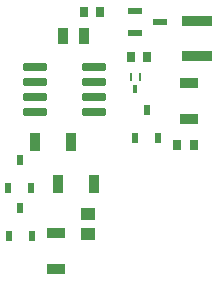
<source format=gbr>
%TF.GenerationSoftware,KiCad,Pcbnew,8.0.8*%
%TF.CreationDate,2025-03-02T23:05:47-05:00*%
%TF.ProjectId,Precharge Module V3.1,50726563-6861-4726-9765-204d6f64756c,rev?*%
%TF.SameCoordinates,Original*%
%TF.FileFunction,Paste,Top*%
%TF.FilePolarity,Positive*%
%FSLAX46Y46*%
G04 Gerber Fmt 4.6, Leading zero omitted, Abs format (unit mm)*
G04 Created by KiCad (PCBNEW 8.0.8) date 2025-03-02 23:05:47*
%MOMM*%
%LPD*%
G01*
G04 APERTURE LIST*
G04 Aperture macros list*
%AMRoundRect*
0 Rectangle with rounded corners*
0 $1 Rounding radius*
0 $2 $3 $4 $5 $6 $7 $8 $9 X,Y pos of 4 corners*
0 Add a 4 corners polygon primitive as box body*
4,1,4,$2,$3,$4,$5,$6,$7,$8,$9,$2,$3,0*
0 Add four circle primitives for the rounded corners*
1,1,$1+$1,$2,$3*
1,1,$1+$1,$4,$5*
1,1,$1+$1,$6,$7*
1,1,$1+$1,$8,$9*
0 Add four rect primitives between the rounded corners*
20,1,$1+$1,$2,$3,$4,$5,0*
20,1,$1+$1,$4,$5,$6,$7,0*
20,1,$1+$1,$6,$7,$8,$9,0*
20,1,$1+$1,$8,$9,$2,$3,0*%
G04 Aperture macros list end*
%ADD10R,0.558800X0.863600*%
%ADD11R,1.600200X0.863600*%
%ADD12R,1.219200X0.558800*%
%ADD13R,0.711200X0.939800*%
%ADD14R,2.500000X0.955600*%
%ADD15R,1.193800X1.016000*%
%ADD16R,0.855600X1.600000*%
%ADD17RoundRect,0.075000X-0.910000X-0.225000X0.910000X-0.225000X0.910000X0.225000X-0.910000X0.225000X0*%
%ADD18R,0.812800X1.346200*%
%ADD19R,0.279400X0.660400*%
%ADD20R,0.381000X0.660400*%
G04 APERTURE END LIST*
D10*
%TO.C,U4*%
X62500000Y-41137600D03*
X64405000Y-41137600D03*
X63452500Y-38750000D03*
%TD*%
%TO.C,U3*%
X51750000Y-45387600D03*
X53655000Y-45387600D03*
X52702500Y-43000000D03*
%TD*%
%TO.C,U2*%
X51797500Y-49443800D03*
X53702500Y-49443800D03*
X52750000Y-47056200D03*
%TD*%
D11*
%TO.C,D3*%
X55750000Y-49202000D03*
X55750000Y-52250000D03*
%TD*%
D12*
%TO.C,Q1*%
X62433200Y-30369000D03*
X62433200Y-32274000D03*
X64566800Y-31321500D03*
%TD*%
D13*
%TO.C,R3*%
X67448500Y-41750000D03*
X66051500Y-41750000D03*
%TD*%
D14*
%TO.C,C3*%
X67750000Y-34227801D03*
X67750000Y-31272199D03*
%TD*%
D11*
%TO.C,D2*%
X67000000Y-39548000D03*
X67000000Y-36500000D03*
%TD*%
D15*
%TO.C,R9*%
X58500000Y-47548200D03*
X58500000Y-49250000D03*
%TD*%
D16*
%TO.C,C1*%
X53972199Y-41500000D03*
X57027801Y-41500000D03*
%TD*%
%TO.C,C2*%
X59027801Y-45000000D03*
X55972199Y-45000000D03*
%TD*%
D13*
%TO.C,R5*%
X58103000Y-30500000D03*
X59500000Y-30500000D03*
%TD*%
%TO.C,R4*%
X62103000Y-34250000D03*
X63500000Y-34250000D03*
%TD*%
D17*
%TO.C,U1*%
X54030000Y-35095000D03*
X54030000Y-36365000D03*
X54030000Y-37635000D03*
X54030000Y-38905000D03*
X58970000Y-38905000D03*
X58970000Y-37635000D03*
X58970000Y-36365000D03*
X58970000Y-35095000D03*
%TD*%
D18*
%TO.C,R1*%
X56348300Y-32500000D03*
X58151700Y-32500000D03*
%TD*%
D19*
%TO.C,U5*%
X62900050Y-36009400D03*
X62099950Y-36009400D03*
D20*
X62500000Y-37000000D03*
%TD*%
M02*

</source>
